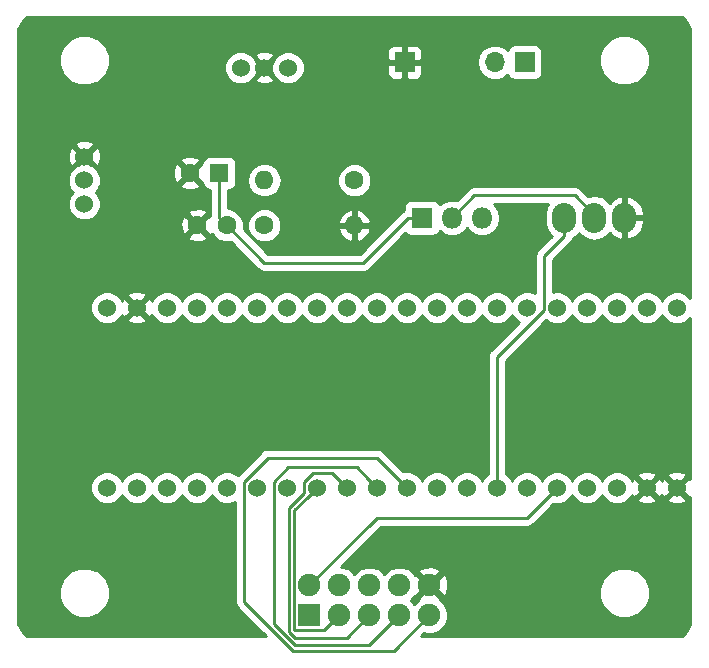
<source format=gbr>
G04 #@! TF.GenerationSoftware,KiCad,Pcbnew,(5.0.1-3-g963ef8bb5)*
G04 #@! TF.CreationDate,2019-04-02T14:03:18+07:00*
G04 #@! TF.ProjectId,STMaytal32v04,53544D617974616C33327630342E6B69,rev?*
G04 #@! TF.SameCoordinates,Original*
G04 #@! TF.FileFunction,Copper,L2,Bot,Signal*
G04 #@! TF.FilePolarity,Positive*
%FSLAX46Y46*%
G04 Gerber Fmt 4.6, Leading zero omitted, Abs format (unit mm)*
G04 Created by KiCad (PCBNEW (5.0.1-3-g963ef8bb5)) date Tuesday, April 02, 2019 at 02:03:18 PM*
%MOMM*%
%LPD*%
G01*
G04 APERTURE LIST*
G04 #@! TA.AperFunction,ComponentPad*
%ADD10C,1.524000*%
G04 #@! TD*
G04 #@! TA.AperFunction,ComponentPad*
%ADD11C,1.600000*%
G04 #@! TD*
G04 #@! TA.AperFunction,ComponentPad*
%ADD12R,1.600000X1.600000*%
G04 #@! TD*
G04 #@! TA.AperFunction,ComponentPad*
%ADD13O,1.600000X1.600000*%
G04 #@! TD*
G04 #@! TA.AperFunction,ComponentPad*
%ADD14O,2.032000X2.540000*%
G04 #@! TD*
G04 #@! TA.AperFunction,ComponentPad*
%ADD15O,1.800000X1.800000*%
G04 #@! TD*
G04 #@! TA.AperFunction,ComponentPad*
%ADD16R,1.800000X1.800000*%
G04 #@! TD*
G04 #@! TA.AperFunction,ComponentPad*
%ADD17R,1.700000X1.700000*%
G04 #@! TD*
G04 #@! TA.AperFunction,ComponentPad*
%ADD18O,1.700000X1.700000*%
G04 #@! TD*
G04 #@! TA.AperFunction,ComponentPad*
%ADD19C,1.905000*%
G04 #@! TD*
G04 #@! TA.AperFunction,ComponentPad*
%ADD20R,1.905000X1.905000*%
G04 #@! TD*
G04 #@! TA.AperFunction,Conductor*
%ADD21C,0.250000*%
G04 #@! TD*
G04 #@! TA.AperFunction,Conductor*
%ADD22C,0.254000*%
G04 #@! TD*
G04 APERTURE END LIST*
D10*
G04 #@! TO.P,J1,3*
G04 #@! TO.N,Net-(J1-Pad3)*
X196310000Y-80010000D03*
G04 #@! TO.P,J1,1*
G04 #@! TO.N,Net-(J1-Pad1)*
X192310000Y-80010000D03*
G04 #@! TO.P,J1,2*
G04 #@! TO.N,GND*
X194310000Y-80010000D03*
G04 #@! TD*
D11*
G04 #@! TO.P,C1,2*
G04 #@! TO.N,GND*
X188000000Y-88900000D03*
D12*
G04 #@! TO.P,C1,1*
G04 #@! TO.N,VBAT*
X190500000Y-88900000D03*
G04 #@! TD*
D13*
G04 #@! TO.P,R2,2*
G04 #@! TO.N,GND*
X201930000Y-93345000D03*
D11*
G04 #@! TO.P,R2,1*
G04 #@! TO.N,PRESSURE*
X194310000Y-93345000D03*
G04 #@! TD*
D14*
G04 #@! TO.P,Q1,1*
G04 #@! TO.N,Q1_BASE*
X219710000Y-92710000D03*
G04 #@! TO.P,Q1,3*
G04 #@! TO.N,GND*
X224790000Y-92710000D03*
G04 #@! TO.P,Q1,2*
G04 #@! TO.N,Net-(Q1-Pad2)*
X222250000Y-92710000D03*
G04 #@! TD*
D11*
G04 #@! TO.P,R1,1*
G04 #@! TO.N,Net-(J1-Pad3)*
X201930000Y-89535000D03*
D13*
G04 #@! TO.P,R1,2*
G04 #@! TO.N,PRESSURE*
X194310000Y-89535000D03*
G04 #@! TD*
D15*
G04 #@! TO.P,U2,3*
G04 #@! TO.N,Net-(J1-Pad1)*
X212725000Y-92710000D03*
G04 #@! TO.P,U2,2*
G04 #@! TO.N,Net-(Q1-Pad2)*
X210185000Y-92710000D03*
D16*
G04 #@! TO.P,U2,1*
G04 #@! TO.N,VBAT*
X207645000Y-92710000D03*
G04 #@! TD*
D11*
G04 #@! TO.P,C2,2*
G04 #@! TO.N,GND*
X188635000Y-93345000D03*
G04 #@! TO.P,C2,1*
G04 #@! TO.N,VBAT*
X191135000Y-93345000D03*
G04 #@! TD*
D17*
G04 #@! TO.P,J3,1*
G04 #@! TO.N,GND*
X206197903Y-79529485D03*
G04 #@! TD*
G04 #@! TO.P,J4,1*
G04 #@! TO.N,SERIAL1.TX*
X216357903Y-79529485D03*
D18*
G04 #@! TO.P,J4,2*
G04 #@! TO.N,SERIAL1.RX*
X213817903Y-79529485D03*
G04 #@! TD*
D19*
G04 #@! TO.P,J2,5*
G04 #@! TO.N,CS-RI*
X203200000Y-126365000D03*
G04 #@! TO.P,J2,7*
G04 #@! TO.N,SCK-RX*
X205740000Y-126365000D03*
G04 #@! TO.P,J2,3*
G04 #@! TO.N,G0*
X200660000Y-126365000D03*
G04 #@! TO.P,J2,9*
G04 #@! TO.N,MISO-TX*
X208280000Y-126365000D03*
D20*
G04 #@! TO.P,J2,1*
G04 #@! TO.N,VCC*
X198120000Y-126365000D03*
D19*
G04 #@! TO.P,J2,10*
G04 #@! TO.N,GND*
X208280000Y-123825000D03*
G04 #@! TO.P,J2,8*
G04 #@! TO.N,MOSI-KEY*
X205740000Y-123825000D03*
G04 #@! TO.P,J2,6*
G04 #@! TO.N,RST*
X203200000Y-123825000D03*
G04 #@! TO.P,J2,4*
G04 #@! TO.N,G1-PSTAT*
X200660000Y-123825000D03*
G04 #@! TO.P,J2,2*
G04 #@! TO.N,EN*
X198120000Y-123825000D03*
G04 #@! TD*
D10*
G04 #@! TO.P,U1,1*
G04 #@! TO.N,Net-(U1-Pad1)*
X180975000Y-115570000D03*
G04 #@! TO.P,U1,2*
G04 #@! TO.N,Net-(U1-Pad2)*
X183515000Y-115570000D03*
G04 #@! TO.P,U1,3*
G04 #@! TO.N,Net-(U1-Pad3)*
X186055000Y-115570000D03*
G04 #@! TO.P,U1,4*
G04 #@! TO.N,Net-(U1-Pad4)*
X188595000Y-115570000D03*
G04 #@! TO.P,U1,10*
G04 #@! TO.N,PRESSURE*
X191135000Y-115570000D03*
G04 #@! TO.P,U1,11*
G04 #@! TO.N,Net-(U1-Pad11)*
X193675000Y-115570000D03*
G04 #@! TO.P,U1,12*
G04 #@! TO.N,Net-(U1-Pad12)*
X196215000Y-115570000D03*
G04 #@! TO.P,U1,13*
G04 #@! TO.N,G0*
X198755000Y-115570000D03*
G04 #@! TO.P,U1,14*
G04 #@! TO.N,CS-RI*
X201295000Y-115570000D03*
G04 #@! TO.P,U1,15*
G04 #@! TO.N,SCK-RX*
X203835000Y-115570000D03*
G04 #@! TO.P,U1,16*
G04 #@! TO.N,MISO-TX*
X206375000Y-115570000D03*
G04 #@! TO.P,U1,17*
G04 #@! TO.N,MOSI-KEY*
X208915000Y-115570000D03*
G04 #@! TO.P,U1,18*
G04 #@! TO.N,RST*
X211455000Y-115570000D03*
G04 #@! TO.P,U1,19*
G04 #@! TO.N,Q1_BASE*
X213995000Y-115570000D03*
G04 #@! TO.P,U1,21*
G04 #@! TO.N,G1-PSTAT*
X216535000Y-115570000D03*
G04 #@! TO.P,U1,22*
G04 #@! TO.N,EN*
X219075000Y-115570000D03*
G04 #@! TO.P,U1,7*
G04 #@! TO.N,Net-(U1-Pad7)*
X221615000Y-115570000D03*
G04 #@! TO.P,U1,3V3*
G04 #@! TO.N,VCC*
X224155000Y-115570000D03*
G04 #@! TO.P,U1,GND*
G04 #@! TO.N,GND*
X226695000Y-115570000D03*
X229235000Y-115570000D03*
G04 #@! TO.P,U1,3V3*
G04 #@! TO.N,VCC*
X180975000Y-100330000D03*
G04 #@! TO.P,U1,42*
G04 #@! TO.N,Net-(U1-Pad42)*
X196215000Y-100330000D03*
G04 #@! TO.P,U1,27*
G04 #@! TO.N,Net-(U1-Pad27)*
X224155000Y-100330000D03*
G04 #@! TO.P,U1,32*
G04 #@! TO.N,Net-(U1-Pad32)*
X211455000Y-100330000D03*
G04 #@! TO.P,U1,31*
G04 #@! TO.N,SERIAL1.RX*
X213995000Y-100330000D03*
G04 #@! TO.P,U1,33*
G04 #@! TO.N,Net-(U1-Pad33)*
X208915000Y-100330000D03*
G04 #@! TO.P,U1,38*
G04 #@! TO.N,N/C*
X206375000Y-100330000D03*
G04 #@! TO.P,U1,30*
G04 #@! TO.N,SERIAL1.TX*
X216535000Y-100330000D03*
G04 #@! TO.P,U1,28*
G04 #@! TO.N,Net-(U1-Pad28)*
X221615000Y-100330000D03*
G04 #@! TO.P,U1,26*
G04 #@! TO.N,Net-(U1-Pad26)*
X226695000Y-100330000D03*
G04 #@! TO.P,U1,41*
G04 #@! TO.N,Net-(U1-Pad41)*
X198755000Y-100330000D03*
G04 #@! TO.P,U1,40*
G04 #@! TO.N,Net-(U1-Pad40)*
X201295000Y-100330000D03*
G04 #@! TO.P,U1,29*
G04 #@! TO.N,Net-(U1-Pad29)*
X219075000Y-100330000D03*
G04 #@! TO.P,U1,46*
G04 #@! TO.N,Net-(U1-Pad46)*
X188595000Y-100330000D03*
G04 #@! TO.P,U1,45*
G04 #@! TO.N,Net-(U1-Pad45)*
X191135000Y-100330000D03*
G04 #@! TO.P,U1,5V*
G04 #@! TO.N,VBAT*
X186055000Y-100330000D03*
G04 #@! TO.P,U1,25*
G04 #@! TO.N,Net-(U1-Pad25)*
X229235000Y-100330000D03*
G04 #@! TO.P,U1,GND*
G04 #@! TO.N,GND*
X183515000Y-100330000D03*
G04 #@! TO.P,U1,43*
G04 #@! TO.N,Net-(U1-Pad43)*
X193675000Y-100330000D03*
G04 #@! TO.P,U1,39*
G04 #@! TO.N,Net-(U1-Pad39)*
X203835000Y-100330000D03*
G04 #@! TD*
G04 #@! TO.P,BT1,2*
G04 #@! TO.N,N/C*
X179070000Y-89535000D03*
G04 #@! TO.P,BT1,1*
G04 #@! TO.N,GND*
X179070000Y-87535000D03*
G04 #@! TO.P,BT1,3*
G04 #@! TO.N,VBAT*
X179070000Y-91535000D03*
G04 #@! TD*
D21*
G04 #@! TO.N,VBAT*
X206495000Y-92710000D02*
X207645000Y-92710000D01*
X202685000Y-96520000D02*
X206495000Y-92710000D01*
X194310000Y-96520000D02*
X202685000Y-96520000D01*
X191135000Y-93345000D02*
X194310000Y-96520000D01*
X190500000Y-92710000D02*
X191135000Y-93345000D01*
X190500000Y-88900000D02*
X190500000Y-92710000D01*
G04 #@! TO.N,G0*
X197993001Y-116331999D02*
X198755000Y-115570000D01*
X196907499Y-127642501D02*
X196842499Y-127577501D01*
X199382499Y-127642501D02*
X196907499Y-127642501D01*
X196842499Y-117482501D02*
X197993001Y-116331999D01*
X196842499Y-127577501D02*
X196842499Y-117482501D01*
X200660000Y-126365000D02*
X199382499Y-127642501D01*
G04 #@! TO.N,Q1_BASE*
X217987999Y-95952001D02*
X219710000Y-94230000D01*
X219710000Y-94230000D02*
X219710000Y-92710000D01*
X217987999Y-100485763D02*
X217987999Y-95952001D01*
X213995000Y-104478762D02*
X217987999Y-100485763D01*
X213995000Y-115570000D02*
X213995000Y-104478762D01*
G04 #@! TO.N,Net-(Q1-Pad2)*
X210185000Y-92710000D02*
X212090000Y-90805000D01*
X222250000Y-92456000D02*
X222250000Y-92710000D01*
X220599000Y-90805000D02*
X222250000Y-92456000D01*
X212090000Y-90805000D02*
X220599000Y-90805000D01*
G04 #@! TO.N,SCK-RX*
X203073001Y-114808001D02*
X203835000Y-115570000D01*
X202114991Y-113849991D02*
X203073001Y-114808001D01*
X196326247Y-113849991D02*
X202114991Y-113849991D01*
X195127999Y-127135821D02*
X195127999Y-115048239D01*
X196897178Y-128905000D02*
X195127999Y-127135821D01*
X203200000Y-128905000D02*
X196897178Y-128905000D01*
X195127999Y-115048239D02*
X196326247Y-113849991D01*
X205740000Y-126365000D02*
X203200000Y-128905000D01*
G04 #@! TO.N,MISO-TX*
X192587999Y-115048239D02*
X194606238Y-113030000D01*
X192587999Y-125232231D02*
X192587999Y-115048239D01*
X205289991Y-129355009D02*
X196710777Y-129355009D01*
X196710777Y-129355009D02*
X192587999Y-125232231D01*
X208280000Y-126365000D02*
X205289991Y-129355009D01*
X203835000Y-113030000D02*
X206375000Y-115570000D01*
X194606238Y-113030000D02*
X203835000Y-113030000D01*
G04 #@! TO.N,CS-RI*
X197667999Y-115048239D02*
X198416238Y-114300000D01*
X197667999Y-116020591D02*
X197667999Y-115048239D01*
X196898588Y-128270000D02*
X196392490Y-127763902D01*
X196392490Y-117296100D02*
X197667999Y-116020591D01*
X196392490Y-127763902D02*
X196392490Y-117296100D01*
X201295000Y-128270000D02*
X196898588Y-128270000D01*
X203200000Y-126365000D02*
X201295000Y-128270000D01*
X200025000Y-114300000D02*
X201295000Y-115570000D01*
X198416238Y-114300000D02*
X200025000Y-114300000D01*
G04 #@! TO.N,EN*
X198120000Y-123825000D02*
X203835000Y-118110000D01*
X216535000Y-118110000D02*
X219075000Y-115570000D01*
X203835000Y-118110000D02*
X216535000Y-118110000D01*
G04 #@! TD*
D22*
G04 #@! TO.N,GND*
G36*
X229965789Y-76075919D02*
X230378000Y-76748585D01*
X230378000Y-99497343D01*
X230026337Y-99145680D01*
X229512881Y-98933000D01*
X228957119Y-98933000D01*
X228443663Y-99145680D01*
X228050680Y-99538663D01*
X227965000Y-99745513D01*
X227879320Y-99538663D01*
X227486337Y-99145680D01*
X226972881Y-98933000D01*
X226417119Y-98933000D01*
X225903663Y-99145680D01*
X225510680Y-99538663D01*
X225425000Y-99745513D01*
X225339320Y-99538663D01*
X224946337Y-99145680D01*
X224432881Y-98933000D01*
X223877119Y-98933000D01*
X223363663Y-99145680D01*
X222970680Y-99538663D01*
X222885000Y-99745513D01*
X222799320Y-99538663D01*
X222406337Y-99145680D01*
X221892881Y-98933000D01*
X221337119Y-98933000D01*
X220823663Y-99145680D01*
X220430680Y-99538663D01*
X220345000Y-99745513D01*
X220259320Y-99538663D01*
X219866337Y-99145680D01*
X219352881Y-98933000D01*
X218797119Y-98933000D01*
X218747999Y-98953346D01*
X218747999Y-96266802D01*
X220194473Y-94820329D01*
X220257929Y-94777929D01*
X220425904Y-94526537D01*
X220438578Y-94462820D01*
X220900305Y-94154305D01*
X220980000Y-94035033D01*
X221059695Y-94154305D01*
X221605813Y-94519208D01*
X222250000Y-94647345D01*
X222894188Y-94519208D01*
X223440305Y-94154305D01*
X223541196Y-94003311D01*
X223712370Y-94221236D01*
X224275523Y-94537926D01*
X224407056Y-94569975D01*
X224663000Y-94450836D01*
X224663000Y-92837000D01*
X224917000Y-92837000D01*
X224917000Y-94450836D01*
X225172944Y-94569975D01*
X225304477Y-94537926D01*
X225867630Y-94221236D01*
X226266724Y-93713143D01*
X226441000Y-93091000D01*
X226441000Y-92837000D01*
X224917000Y-92837000D01*
X224663000Y-92837000D01*
X224643000Y-92837000D01*
X224643000Y-92583000D01*
X224663000Y-92583000D01*
X224663000Y-90969164D01*
X224917000Y-90969164D01*
X224917000Y-92583000D01*
X226441000Y-92583000D01*
X226441000Y-92329000D01*
X226266724Y-91706857D01*
X225867630Y-91198764D01*
X225304477Y-90882074D01*
X225172944Y-90850025D01*
X224917000Y-90969164D01*
X224663000Y-90969164D01*
X224407056Y-90850025D01*
X224275523Y-90882074D01*
X223712370Y-91198764D01*
X223541196Y-91416689D01*
X223440305Y-91265695D01*
X222894187Y-90900792D01*
X222250000Y-90772655D01*
X221742420Y-90873619D01*
X221189331Y-90320530D01*
X221146929Y-90257071D01*
X220895537Y-90089096D01*
X220673852Y-90045000D01*
X220673847Y-90045000D01*
X220599000Y-90030112D01*
X220524153Y-90045000D01*
X212164848Y-90045000D01*
X212090000Y-90030112D01*
X212015152Y-90045000D01*
X212015148Y-90045000D01*
X211841605Y-90079520D01*
X211793462Y-90089096D01*
X211606418Y-90214076D01*
X211542071Y-90257071D01*
X211499671Y-90320527D01*
X210593929Y-91226269D01*
X210336182Y-91175000D01*
X210033818Y-91175000D01*
X209586073Y-91264062D01*
X209142129Y-91560696D01*
X209002809Y-91352191D01*
X208792765Y-91211843D01*
X208545000Y-91162560D01*
X206745000Y-91162560D01*
X206497235Y-91211843D01*
X206287191Y-91352191D01*
X206146843Y-91562235D01*
X206097560Y-91810000D01*
X206097560Y-92061517D01*
X206023395Y-92111073D01*
X205947071Y-92162071D01*
X205904671Y-92225527D01*
X202370199Y-95760000D01*
X194624802Y-95760000D01*
X192548103Y-93683302D01*
X192570000Y-93630439D01*
X192570000Y-93059561D01*
X192875000Y-93059561D01*
X192875000Y-93630439D01*
X193093466Y-94157862D01*
X193497138Y-94561534D01*
X194024561Y-94780000D01*
X194595439Y-94780000D01*
X195122862Y-94561534D01*
X195526534Y-94157862D01*
X195718655Y-93694039D01*
X200538096Y-93694039D01*
X200698959Y-94082423D01*
X201074866Y-94497389D01*
X201580959Y-94736914D01*
X201803000Y-94615629D01*
X201803000Y-93472000D01*
X202057000Y-93472000D01*
X202057000Y-94615629D01*
X202279041Y-94736914D01*
X202785134Y-94497389D01*
X203161041Y-94082423D01*
X203321904Y-93694039D01*
X203199915Y-93472000D01*
X202057000Y-93472000D01*
X201803000Y-93472000D01*
X200660085Y-93472000D01*
X200538096Y-93694039D01*
X195718655Y-93694039D01*
X195745000Y-93630439D01*
X195745000Y-93059561D01*
X195718656Y-92995961D01*
X200538096Y-92995961D01*
X200660085Y-93218000D01*
X201803000Y-93218000D01*
X201803000Y-92074371D01*
X202057000Y-92074371D01*
X202057000Y-93218000D01*
X203199915Y-93218000D01*
X203321904Y-92995961D01*
X203161041Y-92607577D01*
X202785134Y-92192611D01*
X202279041Y-91953086D01*
X202057000Y-92074371D01*
X201803000Y-92074371D01*
X201580959Y-91953086D01*
X201074866Y-92192611D01*
X200698959Y-92607577D01*
X200538096Y-92995961D01*
X195718656Y-92995961D01*
X195526534Y-92532138D01*
X195122862Y-92128466D01*
X194595439Y-91910000D01*
X194024561Y-91910000D01*
X193497138Y-92128466D01*
X193093466Y-92532138D01*
X192875000Y-93059561D01*
X192570000Y-93059561D01*
X192351534Y-92532138D01*
X191947862Y-92128466D01*
X191420439Y-91910000D01*
X191260000Y-91910000D01*
X191260000Y-90347440D01*
X191300000Y-90347440D01*
X191547765Y-90298157D01*
X191757809Y-90157809D01*
X191898157Y-89947765D01*
X191947440Y-89700000D01*
X191947440Y-89535000D01*
X192846887Y-89535000D01*
X192958260Y-90094909D01*
X193275423Y-90569577D01*
X193750091Y-90886740D01*
X194168667Y-90970000D01*
X194451333Y-90970000D01*
X194869909Y-90886740D01*
X195344577Y-90569577D01*
X195661740Y-90094909D01*
X195773113Y-89535000D01*
X195716336Y-89249561D01*
X200495000Y-89249561D01*
X200495000Y-89820439D01*
X200713466Y-90347862D01*
X201117138Y-90751534D01*
X201644561Y-90970000D01*
X202215439Y-90970000D01*
X202742862Y-90751534D01*
X203146534Y-90347862D01*
X203365000Y-89820439D01*
X203365000Y-89249561D01*
X203146534Y-88722138D01*
X202742862Y-88318466D01*
X202215439Y-88100000D01*
X201644561Y-88100000D01*
X201117138Y-88318466D01*
X200713466Y-88722138D01*
X200495000Y-89249561D01*
X195716336Y-89249561D01*
X195661740Y-88975091D01*
X195344577Y-88500423D01*
X194869909Y-88183260D01*
X194451333Y-88100000D01*
X194168667Y-88100000D01*
X193750091Y-88183260D01*
X193275423Y-88500423D01*
X192958260Y-88975091D01*
X192846887Y-89535000D01*
X191947440Y-89535000D01*
X191947440Y-88100000D01*
X191898157Y-87852235D01*
X191757809Y-87642191D01*
X191547765Y-87501843D01*
X191300000Y-87452560D01*
X189700000Y-87452560D01*
X189452235Y-87501843D01*
X189242191Y-87642191D01*
X189101843Y-87852235D01*
X189055307Y-88086187D01*
X189007745Y-88071861D01*
X188179605Y-88900000D01*
X189007745Y-89728139D01*
X189055307Y-89713813D01*
X189101843Y-89947765D01*
X189242191Y-90157809D01*
X189452235Y-90298157D01*
X189700000Y-90347440D01*
X189740000Y-90347440D01*
X189740001Y-92546156D01*
X189642745Y-92516861D01*
X188814605Y-93345000D01*
X189642745Y-94173139D01*
X189888864Y-94099005D01*
X189891290Y-94092254D01*
X189918466Y-94157862D01*
X190322138Y-94561534D01*
X190849561Y-94780000D01*
X191420439Y-94780000D01*
X191473302Y-94758103D01*
X193719671Y-97004473D01*
X193762071Y-97067929D01*
X194013463Y-97235904D01*
X194235148Y-97280000D01*
X194235152Y-97280000D01*
X194309999Y-97294888D01*
X194384846Y-97280000D01*
X202610153Y-97280000D01*
X202685000Y-97294888D01*
X202759847Y-97280000D01*
X202759852Y-97280000D01*
X202981537Y-97235904D01*
X203232929Y-97067929D01*
X203275331Y-97004470D01*
X206257071Y-94022731D01*
X206287191Y-94067809D01*
X206497235Y-94208157D01*
X206745000Y-94257440D01*
X208545000Y-94257440D01*
X208792765Y-94208157D01*
X209002809Y-94067809D01*
X209142129Y-93859304D01*
X209586073Y-94155938D01*
X210033818Y-94245000D01*
X210336182Y-94245000D01*
X210783927Y-94155938D01*
X211291673Y-93816673D01*
X211455000Y-93572237D01*
X211618327Y-93816673D01*
X212126073Y-94155938D01*
X212573818Y-94245000D01*
X212876182Y-94245000D01*
X213323927Y-94155938D01*
X213831673Y-93816673D01*
X214170938Y-93308927D01*
X214290072Y-92710000D01*
X214170938Y-92111073D01*
X213831673Y-91603327D01*
X213774313Y-91565000D01*
X218319707Y-91565000D01*
X218154792Y-91811813D01*
X218059000Y-92293392D01*
X218059000Y-93126609D01*
X218154792Y-93608188D01*
X218519695Y-94154305D01*
X218634310Y-94230888D01*
X217503527Y-95361672D01*
X217440071Y-95404072D01*
X217397671Y-95467528D01*
X217397670Y-95467529D01*
X217272096Y-95655464D01*
X217213111Y-95952001D01*
X217228000Y-96026853D01*
X217227999Y-99104947D01*
X216812881Y-98933000D01*
X216257119Y-98933000D01*
X215743663Y-99145680D01*
X215350680Y-99538663D01*
X215265000Y-99745513D01*
X215179320Y-99538663D01*
X214786337Y-99145680D01*
X214272881Y-98933000D01*
X213717119Y-98933000D01*
X213203663Y-99145680D01*
X212810680Y-99538663D01*
X212725000Y-99745513D01*
X212639320Y-99538663D01*
X212246337Y-99145680D01*
X211732881Y-98933000D01*
X211177119Y-98933000D01*
X210663663Y-99145680D01*
X210270680Y-99538663D01*
X210185000Y-99745513D01*
X210099320Y-99538663D01*
X209706337Y-99145680D01*
X209192881Y-98933000D01*
X208637119Y-98933000D01*
X208123663Y-99145680D01*
X207730680Y-99538663D01*
X207645000Y-99745513D01*
X207559320Y-99538663D01*
X207166337Y-99145680D01*
X206652881Y-98933000D01*
X206097119Y-98933000D01*
X205583663Y-99145680D01*
X205190680Y-99538663D01*
X205105000Y-99745513D01*
X205019320Y-99538663D01*
X204626337Y-99145680D01*
X204112881Y-98933000D01*
X203557119Y-98933000D01*
X203043663Y-99145680D01*
X202650680Y-99538663D01*
X202565000Y-99745513D01*
X202479320Y-99538663D01*
X202086337Y-99145680D01*
X201572881Y-98933000D01*
X201017119Y-98933000D01*
X200503663Y-99145680D01*
X200110680Y-99538663D01*
X200025000Y-99745513D01*
X199939320Y-99538663D01*
X199546337Y-99145680D01*
X199032881Y-98933000D01*
X198477119Y-98933000D01*
X197963663Y-99145680D01*
X197570680Y-99538663D01*
X197485000Y-99745513D01*
X197399320Y-99538663D01*
X197006337Y-99145680D01*
X196492881Y-98933000D01*
X195937119Y-98933000D01*
X195423663Y-99145680D01*
X195030680Y-99538663D01*
X194945000Y-99745513D01*
X194859320Y-99538663D01*
X194466337Y-99145680D01*
X193952881Y-98933000D01*
X193397119Y-98933000D01*
X192883663Y-99145680D01*
X192490680Y-99538663D01*
X192405000Y-99745513D01*
X192319320Y-99538663D01*
X191926337Y-99145680D01*
X191412881Y-98933000D01*
X190857119Y-98933000D01*
X190343663Y-99145680D01*
X189950680Y-99538663D01*
X189865000Y-99745513D01*
X189779320Y-99538663D01*
X189386337Y-99145680D01*
X188872881Y-98933000D01*
X188317119Y-98933000D01*
X187803663Y-99145680D01*
X187410680Y-99538663D01*
X187325000Y-99745513D01*
X187239320Y-99538663D01*
X186846337Y-99145680D01*
X186332881Y-98933000D01*
X185777119Y-98933000D01*
X185263663Y-99145680D01*
X184870680Y-99538663D01*
X184791572Y-99729647D01*
X184737397Y-99598857D01*
X184495213Y-99529392D01*
X183694605Y-100330000D01*
X184495213Y-101130608D01*
X184737397Y-101061143D01*
X184787535Y-100920607D01*
X184870680Y-101121337D01*
X185263663Y-101514320D01*
X185777119Y-101727000D01*
X186332881Y-101727000D01*
X186846337Y-101514320D01*
X187239320Y-101121337D01*
X187325000Y-100914487D01*
X187410680Y-101121337D01*
X187803663Y-101514320D01*
X188317119Y-101727000D01*
X188872881Y-101727000D01*
X189386337Y-101514320D01*
X189779320Y-101121337D01*
X189865000Y-100914487D01*
X189950680Y-101121337D01*
X190343663Y-101514320D01*
X190857119Y-101727000D01*
X191412881Y-101727000D01*
X191926337Y-101514320D01*
X192319320Y-101121337D01*
X192405000Y-100914487D01*
X192490680Y-101121337D01*
X192883663Y-101514320D01*
X193397119Y-101727000D01*
X193952881Y-101727000D01*
X194466337Y-101514320D01*
X194859320Y-101121337D01*
X194945000Y-100914487D01*
X195030680Y-101121337D01*
X195423663Y-101514320D01*
X195937119Y-101727000D01*
X196492881Y-101727000D01*
X197006337Y-101514320D01*
X197399320Y-101121337D01*
X197485000Y-100914487D01*
X197570680Y-101121337D01*
X197963663Y-101514320D01*
X198477119Y-101727000D01*
X199032881Y-101727000D01*
X199546337Y-101514320D01*
X199939320Y-101121337D01*
X200025000Y-100914487D01*
X200110680Y-101121337D01*
X200503663Y-101514320D01*
X201017119Y-101727000D01*
X201572881Y-101727000D01*
X202086337Y-101514320D01*
X202479320Y-101121337D01*
X202565000Y-100914487D01*
X202650680Y-101121337D01*
X203043663Y-101514320D01*
X203557119Y-101727000D01*
X204112881Y-101727000D01*
X204626337Y-101514320D01*
X205019320Y-101121337D01*
X205105000Y-100914487D01*
X205190680Y-101121337D01*
X205583663Y-101514320D01*
X206097119Y-101727000D01*
X206652881Y-101727000D01*
X207166337Y-101514320D01*
X207559320Y-101121337D01*
X207645000Y-100914487D01*
X207730680Y-101121337D01*
X208123663Y-101514320D01*
X208637119Y-101727000D01*
X209192881Y-101727000D01*
X209706337Y-101514320D01*
X210099320Y-101121337D01*
X210185000Y-100914487D01*
X210270680Y-101121337D01*
X210663663Y-101514320D01*
X211177119Y-101727000D01*
X211732881Y-101727000D01*
X212246337Y-101514320D01*
X212639320Y-101121337D01*
X212725000Y-100914487D01*
X212810680Y-101121337D01*
X213203663Y-101514320D01*
X213717119Y-101727000D01*
X214272881Y-101727000D01*
X214786337Y-101514320D01*
X215179320Y-101121337D01*
X215265000Y-100914487D01*
X215350680Y-101121337D01*
X215743663Y-101514320D01*
X215843349Y-101555611D01*
X213510528Y-103888433D01*
X213447072Y-103930833D01*
X213404672Y-103994289D01*
X213404671Y-103994290D01*
X213279097Y-104182225D01*
X213220112Y-104478762D01*
X213235001Y-104553614D01*
X213235000Y-114372700D01*
X213203663Y-114385680D01*
X212810680Y-114778663D01*
X212725000Y-114985513D01*
X212639320Y-114778663D01*
X212246337Y-114385680D01*
X211732881Y-114173000D01*
X211177119Y-114173000D01*
X210663663Y-114385680D01*
X210270680Y-114778663D01*
X210185000Y-114985513D01*
X210099320Y-114778663D01*
X209706337Y-114385680D01*
X209192881Y-114173000D01*
X208637119Y-114173000D01*
X208123663Y-114385680D01*
X207730680Y-114778663D01*
X207645000Y-114985513D01*
X207559320Y-114778663D01*
X207166337Y-114385680D01*
X206652881Y-114173000D01*
X206097119Y-114173000D01*
X206065782Y-114185980D01*
X204425331Y-112545530D01*
X204382929Y-112482071D01*
X204131537Y-112314096D01*
X203909852Y-112270000D01*
X203909847Y-112270000D01*
X203835000Y-112255112D01*
X203760153Y-112270000D01*
X194681085Y-112270000D01*
X194606238Y-112255112D01*
X194531391Y-112270000D01*
X194531386Y-112270000D01*
X194309701Y-112314096D01*
X194058309Y-112482071D01*
X194015909Y-112545527D01*
X192103527Y-114457910D01*
X192040608Y-114499951D01*
X191926337Y-114385680D01*
X191412881Y-114173000D01*
X190857119Y-114173000D01*
X190343663Y-114385680D01*
X189950680Y-114778663D01*
X189865000Y-114985513D01*
X189779320Y-114778663D01*
X189386337Y-114385680D01*
X188872881Y-114173000D01*
X188317119Y-114173000D01*
X187803663Y-114385680D01*
X187410680Y-114778663D01*
X187325000Y-114985513D01*
X187239320Y-114778663D01*
X186846337Y-114385680D01*
X186332881Y-114173000D01*
X185777119Y-114173000D01*
X185263663Y-114385680D01*
X184870680Y-114778663D01*
X184785000Y-114985513D01*
X184699320Y-114778663D01*
X184306337Y-114385680D01*
X183792881Y-114173000D01*
X183237119Y-114173000D01*
X182723663Y-114385680D01*
X182330680Y-114778663D01*
X182245000Y-114985513D01*
X182159320Y-114778663D01*
X181766337Y-114385680D01*
X181252881Y-114173000D01*
X180697119Y-114173000D01*
X180183663Y-114385680D01*
X179790680Y-114778663D01*
X179578000Y-115292119D01*
X179578000Y-115847881D01*
X179790680Y-116361337D01*
X180183663Y-116754320D01*
X180697119Y-116967000D01*
X181252881Y-116967000D01*
X181766337Y-116754320D01*
X182159320Y-116361337D01*
X182245000Y-116154487D01*
X182330680Y-116361337D01*
X182723663Y-116754320D01*
X183237119Y-116967000D01*
X183792881Y-116967000D01*
X184306337Y-116754320D01*
X184699320Y-116361337D01*
X184785000Y-116154487D01*
X184870680Y-116361337D01*
X185263663Y-116754320D01*
X185777119Y-116967000D01*
X186332881Y-116967000D01*
X186846337Y-116754320D01*
X187239320Y-116361337D01*
X187325000Y-116154487D01*
X187410680Y-116361337D01*
X187803663Y-116754320D01*
X188317119Y-116967000D01*
X188872881Y-116967000D01*
X189386337Y-116754320D01*
X189779320Y-116361337D01*
X189865000Y-116154487D01*
X189950680Y-116361337D01*
X190343663Y-116754320D01*
X190857119Y-116967000D01*
X191412881Y-116967000D01*
X191828000Y-116795053D01*
X191827999Y-125157384D01*
X191813111Y-125232231D01*
X191827999Y-125307078D01*
X191827999Y-125307082D01*
X191872095Y-125528767D01*
X192040070Y-125780160D01*
X192103529Y-125822562D01*
X194423966Y-128143000D01*
X174222108Y-128143000D01*
X173894210Y-127759081D01*
X173482000Y-127086414D01*
X173482000Y-124035322D01*
X176935000Y-124035322D01*
X176935000Y-124884678D01*
X177260034Y-125669380D01*
X177860620Y-126269966D01*
X178645322Y-126595000D01*
X179494678Y-126595000D01*
X180279380Y-126269966D01*
X180879966Y-125669380D01*
X181205000Y-124884678D01*
X181205000Y-124035322D01*
X180879966Y-123250620D01*
X180279380Y-122650034D01*
X179494678Y-122325000D01*
X178645322Y-122325000D01*
X177860620Y-122650034D01*
X177260034Y-123250620D01*
X176935000Y-124035322D01*
X173482000Y-124035322D01*
X173482000Y-100052119D01*
X179578000Y-100052119D01*
X179578000Y-100607881D01*
X179790680Y-101121337D01*
X180183663Y-101514320D01*
X180697119Y-101727000D01*
X181252881Y-101727000D01*
X181766337Y-101514320D01*
X181970444Y-101310213D01*
X182714392Y-101310213D01*
X182783857Y-101552397D01*
X183307302Y-101739144D01*
X183862368Y-101711362D01*
X184246143Y-101552397D01*
X184315608Y-101310213D01*
X183515000Y-100509605D01*
X182714392Y-101310213D01*
X181970444Y-101310213D01*
X182159320Y-101121337D01*
X182238428Y-100930353D01*
X182292603Y-101061143D01*
X182534787Y-101130608D01*
X183335395Y-100330000D01*
X182534787Y-99529392D01*
X182292603Y-99598857D01*
X182242465Y-99739393D01*
X182159320Y-99538663D01*
X181970444Y-99349787D01*
X182714392Y-99349787D01*
X183515000Y-100150395D01*
X184315608Y-99349787D01*
X184246143Y-99107603D01*
X183722698Y-98920856D01*
X183167632Y-98948638D01*
X182783857Y-99107603D01*
X182714392Y-99349787D01*
X181970444Y-99349787D01*
X181766337Y-99145680D01*
X181252881Y-98933000D01*
X180697119Y-98933000D01*
X180183663Y-99145680D01*
X179790680Y-99538663D01*
X179578000Y-100052119D01*
X173482000Y-100052119D01*
X173482000Y-94352745D01*
X187806861Y-94352745D01*
X187880995Y-94598864D01*
X188418223Y-94791965D01*
X188988454Y-94764778D01*
X189389005Y-94598864D01*
X189463139Y-94352745D01*
X188635000Y-93524605D01*
X187806861Y-94352745D01*
X173482000Y-94352745D01*
X173482000Y-93128223D01*
X187188035Y-93128223D01*
X187215222Y-93698454D01*
X187381136Y-94099005D01*
X187627255Y-94173139D01*
X188455395Y-93345000D01*
X187627255Y-92516861D01*
X187381136Y-92590995D01*
X187188035Y-93128223D01*
X173482000Y-93128223D01*
X173482000Y-89257119D01*
X177673000Y-89257119D01*
X177673000Y-89812881D01*
X177885680Y-90326337D01*
X178094343Y-90535000D01*
X177885680Y-90743663D01*
X177673000Y-91257119D01*
X177673000Y-91812881D01*
X177885680Y-92326337D01*
X178278663Y-92719320D01*
X178792119Y-92932000D01*
X179347881Y-92932000D01*
X179861337Y-92719320D01*
X180243402Y-92337255D01*
X187806861Y-92337255D01*
X188635000Y-93165395D01*
X189463139Y-92337255D01*
X189389005Y-92091136D01*
X188851777Y-91898035D01*
X188281546Y-91925222D01*
X187880995Y-92091136D01*
X187806861Y-92337255D01*
X180243402Y-92337255D01*
X180254320Y-92326337D01*
X180467000Y-91812881D01*
X180467000Y-91257119D01*
X180254320Y-90743663D01*
X180045657Y-90535000D01*
X180254320Y-90326337D01*
X180427706Y-89907745D01*
X187171861Y-89907745D01*
X187245995Y-90153864D01*
X187783223Y-90346965D01*
X188353454Y-90319778D01*
X188754005Y-90153864D01*
X188828139Y-89907745D01*
X188000000Y-89079605D01*
X187171861Y-89907745D01*
X180427706Y-89907745D01*
X180467000Y-89812881D01*
X180467000Y-89257119D01*
X180254320Y-88743663D01*
X180193880Y-88683223D01*
X186553035Y-88683223D01*
X186580222Y-89253454D01*
X186746136Y-89654005D01*
X186992255Y-89728139D01*
X187820395Y-88900000D01*
X186992255Y-88071861D01*
X186746136Y-88145995D01*
X186553035Y-88683223D01*
X180193880Y-88683223D01*
X179861337Y-88350680D01*
X179596289Y-88240894D01*
X179070000Y-87714605D01*
X178543711Y-88240894D01*
X178278663Y-88350680D01*
X177885680Y-88743663D01*
X177673000Y-89257119D01*
X173482000Y-89257119D01*
X173482000Y-87327302D01*
X177660856Y-87327302D01*
X177688638Y-87882368D01*
X177847603Y-88266143D01*
X178089787Y-88335608D01*
X178890395Y-87535000D01*
X179249605Y-87535000D01*
X180050213Y-88335608D01*
X180292397Y-88266143D01*
X180425787Y-87892255D01*
X187171861Y-87892255D01*
X188000000Y-88720395D01*
X188828139Y-87892255D01*
X188754005Y-87646136D01*
X188216777Y-87453035D01*
X187646546Y-87480222D01*
X187245995Y-87646136D01*
X187171861Y-87892255D01*
X180425787Y-87892255D01*
X180479144Y-87742698D01*
X180451362Y-87187632D01*
X180292397Y-86803857D01*
X180050213Y-86734392D01*
X179249605Y-87535000D01*
X178890395Y-87535000D01*
X178089787Y-86734392D01*
X177847603Y-86803857D01*
X177660856Y-87327302D01*
X173482000Y-87327302D01*
X173482000Y-86554787D01*
X178269392Y-86554787D01*
X179070000Y-87355395D01*
X179870608Y-86554787D01*
X179801143Y-86312603D01*
X179277698Y-86125856D01*
X178722632Y-86153638D01*
X178338857Y-86312603D01*
X178269392Y-86554787D01*
X173482000Y-86554787D01*
X173482000Y-78950322D01*
X176935000Y-78950322D01*
X176935000Y-79799678D01*
X177260034Y-80584380D01*
X177860620Y-81184966D01*
X178645322Y-81510000D01*
X179494678Y-81510000D01*
X180279380Y-81184966D01*
X180879966Y-80584380D01*
X181205000Y-79799678D01*
X181205000Y-79732119D01*
X190913000Y-79732119D01*
X190913000Y-80287881D01*
X191125680Y-80801337D01*
X191518663Y-81194320D01*
X192032119Y-81407000D01*
X192587881Y-81407000D01*
X193101337Y-81194320D01*
X193305444Y-80990213D01*
X193509392Y-80990213D01*
X193578857Y-81232397D01*
X194102302Y-81419144D01*
X194657368Y-81391362D01*
X195041143Y-81232397D01*
X195110608Y-80990213D01*
X194310000Y-80189605D01*
X193509392Y-80990213D01*
X193305444Y-80990213D01*
X193494320Y-80801337D01*
X193604106Y-80536289D01*
X194130395Y-80010000D01*
X194489605Y-80010000D01*
X195015894Y-80536289D01*
X195125680Y-80801337D01*
X195518663Y-81194320D01*
X196032119Y-81407000D01*
X196587881Y-81407000D01*
X197101337Y-81194320D01*
X197494320Y-80801337D01*
X197707000Y-80287881D01*
X197707000Y-79815235D01*
X204712903Y-79815235D01*
X204712903Y-80505794D01*
X204809576Y-80739183D01*
X204988204Y-80917812D01*
X205221593Y-81014485D01*
X205912153Y-81014485D01*
X206070903Y-80855735D01*
X206070903Y-79656485D01*
X206324903Y-79656485D01*
X206324903Y-80855735D01*
X206483653Y-81014485D01*
X207174213Y-81014485D01*
X207407602Y-80917812D01*
X207586230Y-80739183D01*
X207682903Y-80505794D01*
X207682903Y-79815235D01*
X207524153Y-79656485D01*
X206324903Y-79656485D01*
X206070903Y-79656485D01*
X204871653Y-79656485D01*
X204712903Y-79815235D01*
X197707000Y-79815235D01*
X197707000Y-79732119D01*
X197623067Y-79529485D01*
X212303811Y-79529485D01*
X212419064Y-80108903D01*
X212747278Y-80600110D01*
X213238485Y-80928324D01*
X213671647Y-81014485D01*
X213964159Y-81014485D01*
X214397321Y-80928324D01*
X214888528Y-80600110D01*
X214900719Y-80581866D01*
X214909746Y-80627250D01*
X215050094Y-80837294D01*
X215260138Y-80977642D01*
X215507903Y-81026925D01*
X217207903Y-81026925D01*
X217455668Y-80977642D01*
X217665712Y-80837294D01*
X217806060Y-80627250D01*
X217855343Y-80379485D01*
X217855343Y-78950322D01*
X222655000Y-78950322D01*
X222655000Y-79799678D01*
X222980034Y-80584380D01*
X223580620Y-81184966D01*
X224365322Y-81510000D01*
X225214678Y-81510000D01*
X225999380Y-81184966D01*
X226599966Y-80584380D01*
X226925000Y-79799678D01*
X226925000Y-78950322D01*
X226599966Y-78165620D01*
X225999380Y-77565034D01*
X225214678Y-77240000D01*
X224365322Y-77240000D01*
X223580620Y-77565034D01*
X222980034Y-78165620D01*
X222655000Y-78950322D01*
X217855343Y-78950322D01*
X217855343Y-78679485D01*
X217806060Y-78431720D01*
X217665712Y-78221676D01*
X217455668Y-78081328D01*
X217207903Y-78032045D01*
X215507903Y-78032045D01*
X215260138Y-78081328D01*
X215050094Y-78221676D01*
X214909746Y-78431720D01*
X214900719Y-78477104D01*
X214888528Y-78458860D01*
X214397321Y-78130646D01*
X213964159Y-78044485D01*
X213671647Y-78044485D01*
X213238485Y-78130646D01*
X212747278Y-78458860D01*
X212419064Y-78950067D01*
X212303811Y-79529485D01*
X197623067Y-79529485D01*
X197494320Y-79218663D01*
X197101337Y-78825680D01*
X196587881Y-78613000D01*
X196032119Y-78613000D01*
X195518663Y-78825680D01*
X195125680Y-79218663D01*
X195015894Y-79483711D01*
X194489605Y-80010000D01*
X194130395Y-80010000D01*
X193604106Y-79483711D01*
X193494320Y-79218663D01*
X193305444Y-79029787D01*
X193509392Y-79029787D01*
X194310000Y-79830395D01*
X195110608Y-79029787D01*
X195041143Y-78787603D01*
X194517698Y-78600856D01*
X193962632Y-78628638D01*
X193578857Y-78787603D01*
X193509392Y-79029787D01*
X193305444Y-79029787D01*
X193101337Y-78825680D01*
X192587881Y-78613000D01*
X192032119Y-78613000D01*
X191518663Y-78825680D01*
X191125680Y-79218663D01*
X190913000Y-79732119D01*
X181205000Y-79732119D01*
X181205000Y-78950322D01*
X181040497Y-78553176D01*
X204712903Y-78553176D01*
X204712903Y-79243735D01*
X204871653Y-79402485D01*
X206070903Y-79402485D01*
X206070903Y-78203235D01*
X206324903Y-78203235D01*
X206324903Y-79402485D01*
X207524153Y-79402485D01*
X207682903Y-79243735D01*
X207682903Y-78553176D01*
X207586230Y-78319787D01*
X207407602Y-78141158D01*
X207174213Y-78044485D01*
X206483653Y-78044485D01*
X206324903Y-78203235D01*
X206070903Y-78203235D01*
X205912153Y-78044485D01*
X205221593Y-78044485D01*
X204988204Y-78141158D01*
X204809576Y-78319787D01*
X204712903Y-78553176D01*
X181040497Y-78553176D01*
X180879966Y-78165620D01*
X180279380Y-77565034D01*
X179494678Y-77240000D01*
X178645322Y-77240000D01*
X177860620Y-77565034D01*
X177260034Y-78165620D01*
X176935000Y-78950322D01*
X173482000Y-78950322D01*
X173482000Y-76748586D01*
X173894210Y-76075919D01*
X174222108Y-75692000D01*
X229637892Y-75692000D01*
X229965789Y-76075919D01*
X229965789Y-76075919D01*
G37*
X229965789Y-76075919D02*
X230378000Y-76748585D01*
X230378000Y-99497343D01*
X230026337Y-99145680D01*
X229512881Y-98933000D01*
X228957119Y-98933000D01*
X228443663Y-99145680D01*
X228050680Y-99538663D01*
X227965000Y-99745513D01*
X227879320Y-99538663D01*
X227486337Y-99145680D01*
X226972881Y-98933000D01*
X226417119Y-98933000D01*
X225903663Y-99145680D01*
X225510680Y-99538663D01*
X225425000Y-99745513D01*
X225339320Y-99538663D01*
X224946337Y-99145680D01*
X224432881Y-98933000D01*
X223877119Y-98933000D01*
X223363663Y-99145680D01*
X222970680Y-99538663D01*
X222885000Y-99745513D01*
X222799320Y-99538663D01*
X222406337Y-99145680D01*
X221892881Y-98933000D01*
X221337119Y-98933000D01*
X220823663Y-99145680D01*
X220430680Y-99538663D01*
X220345000Y-99745513D01*
X220259320Y-99538663D01*
X219866337Y-99145680D01*
X219352881Y-98933000D01*
X218797119Y-98933000D01*
X218747999Y-98953346D01*
X218747999Y-96266802D01*
X220194473Y-94820329D01*
X220257929Y-94777929D01*
X220425904Y-94526537D01*
X220438578Y-94462820D01*
X220900305Y-94154305D01*
X220980000Y-94035033D01*
X221059695Y-94154305D01*
X221605813Y-94519208D01*
X222250000Y-94647345D01*
X222894188Y-94519208D01*
X223440305Y-94154305D01*
X223541196Y-94003311D01*
X223712370Y-94221236D01*
X224275523Y-94537926D01*
X224407056Y-94569975D01*
X224663000Y-94450836D01*
X224663000Y-92837000D01*
X224917000Y-92837000D01*
X224917000Y-94450836D01*
X225172944Y-94569975D01*
X225304477Y-94537926D01*
X225867630Y-94221236D01*
X226266724Y-93713143D01*
X226441000Y-93091000D01*
X226441000Y-92837000D01*
X224917000Y-92837000D01*
X224663000Y-92837000D01*
X224643000Y-92837000D01*
X224643000Y-92583000D01*
X224663000Y-92583000D01*
X224663000Y-90969164D01*
X224917000Y-90969164D01*
X224917000Y-92583000D01*
X226441000Y-92583000D01*
X226441000Y-92329000D01*
X226266724Y-91706857D01*
X225867630Y-91198764D01*
X225304477Y-90882074D01*
X225172944Y-90850025D01*
X224917000Y-90969164D01*
X224663000Y-90969164D01*
X224407056Y-90850025D01*
X224275523Y-90882074D01*
X223712370Y-91198764D01*
X223541196Y-91416689D01*
X223440305Y-91265695D01*
X222894187Y-90900792D01*
X222250000Y-90772655D01*
X221742420Y-90873619D01*
X221189331Y-90320530D01*
X221146929Y-90257071D01*
X220895537Y-90089096D01*
X220673852Y-90045000D01*
X220673847Y-90045000D01*
X220599000Y-90030112D01*
X220524153Y-90045000D01*
X212164848Y-90045000D01*
X212090000Y-90030112D01*
X212015152Y-90045000D01*
X212015148Y-90045000D01*
X211841605Y-90079520D01*
X211793462Y-90089096D01*
X211606418Y-90214076D01*
X211542071Y-90257071D01*
X211499671Y-90320527D01*
X210593929Y-91226269D01*
X210336182Y-91175000D01*
X210033818Y-91175000D01*
X209586073Y-91264062D01*
X209142129Y-91560696D01*
X209002809Y-91352191D01*
X208792765Y-91211843D01*
X208545000Y-91162560D01*
X206745000Y-91162560D01*
X206497235Y-91211843D01*
X206287191Y-91352191D01*
X206146843Y-91562235D01*
X206097560Y-91810000D01*
X206097560Y-92061517D01*
X206023395Y-92111073D01*
X205947071Y-92162071D01*
X205904671Y-92225527D01*
X202370199Y-95760000D01*
X194624802Y-95760000D01*
X192548103Y-93683302D01*
X192570000Y-93630439D01*
X192570000Y-93059561D01*
X192875000Y-93059561D01*
X192875000Y-93630439D01*
X193093466Y-94157862D01*
X193497138Y-94561534D01*
X194024561Y-94780000D01*
X194595439Y-94780000D01*
X195122862Y-94561534D01*
X195526534Y-94157862D01*
X195718655Y-93694039D01*
X200538096Y-93694039D01*
X200698959Y-94082423D01*
X201074866Y-94497389D01*
X201580959Y-94736914D01*
X201803000Y-94615629D01*
X201803000Y-93472000D01*
X202057000Y-93472000D01*
X202057000Y-94615629D01*
X202279041Y-94736914D01*
X202785134Y-94497389D01*
X203161041Y-94082423D01*
X203321904Y-93694039D01*
X203199915Y-93472000D01*
X202057000Y-93472000D01*
X201803000Y-93472000D01*
X200660085Y-93472000D01*
X200538096Y-93694039D01*
X195718655Y-93694039D01*
X195745000Y-93630439D01*
X195745000Y-93059561D01*
X195718656Y-92995961D01*
X200538096Y-92995961D01*
X200660085Y-93218000D01*
X201803000Y-93218000D01*
X201803000Y-92074371D01*
X202057000Y-92074371D01*
X202057000Y-93218000D01*
X203199915Y-93218000D01*
X203321904Y-92995961D01*
X203161041Y-92607577D01*
X202785134Y-92192611D01*
X202279041Y-91953086D01*
X202057000Y-92074371D01*
X201803000Y-92074371D01*
X201580959Y-91953086D01*
X201074866Y-92192611D01*
X200698959Y-92607577D01*
X200538096Y-92995961D01*
X195718656Y-92995961D01*
X195526534Y-92532138D01*
X195122862Y-92128466D01*
X194595439Y-91910000D01*
X194024561Y-91910000D01*
X193497138Y-92128466D01*
X193093466Y-92532138D01*
X192875000Y-93059561D01*
X192570000Y-93059561D01*
X192351534Y-92532138D01*
X191947862Y-92128466D01*
X191420439Y-91910000D01*
X191260000Y-91910000D01*
X191260000Y-90347440D01*
X191300000Y-90347440D01*
X191547765Y-90298157D01*
X191757809Y-90157809D01*
X191898157Y-89947765D01*
X191947440Y-89700000D01*
X191947440Y-89535000D01*
X192846887Y-89535000D01*
X192958260Y-90094909D01*
X193275423Y-90569577D01*
X193750091Y-90886740D01*
X194168667Y-90970000D01*
X194451333Y-90970000D01*
X194869909Y-90886740D01*
X195344577Y-90569577D01*
X195661740Y-90094909D01*
X195773113Y-89535000D01*
X195716336Y-89249561D01*
X200495000Y-89249561D01*
X200495000Y-89820439D01*
X200713466Y-90347862D01*
X201117138Y-90751534D01*
X201644561Y-90970000D01*
X202215439Y-90970000D01*
X202742862Y-90751534D01*
X203146534Y-90347862D01*
X203365000Y-89820439D01*
X203365000Y-89249561D01*
X203146534Y-88722138D01*
X202742862Y-88318466D01*
X202215439Y-88100000D01*
X201644561Y-88100000D01*
X201117138Y-88318466D01*
X200713466Y-88722138D01*
X200495000Y-89249561D01*
X195716336Y-89249561D01*
X195661740Y-88975091D01*
X195344577Y-88500423D01*
X194869909Y-88183260D01*
X194451333Y-88100000D01*
X194168667Y-88100000D01*
X193750091Y-88183260D01*
X193275423Y-88500423D01*
X192958260Y-88975091D01*
X192846887Y-89535000D01*
X191947440Y-89535000D01*
X191947440Y-88100000D01*
X191898157Y-87852235D01*
X191757809Y-87642191D01*
X191547765Y-87501843D01*
X191300000Y-87452560D01*
X189700000Y-87452560D01*
X189452235Y-87501843D01*
X189242191Y-87642191D01*
X189101843Y-87852235D01*
X189055307Y-88086187D01*
X189007745Y-88071861D01*
X188179605Y-88900000D01*
X189007745Y-89728139D01*
X189055307Y-89713813D01*
X189101843Y-89947765D01*
X189242191Y-90157809D01*
X189452235Y-90298157D01*
X189700000Y-90347440D01*
X189740000Y-90347440D01*
X189740001Y-92546156D01*
X189642745Y-92516861D01*
X188814605Y-93345000D01*
X189642745Y-94173139D01*
X189888864Y-94099005D01*
X189891290Y-94092254D01*
X189918466Y-94157862D01*
X190322138Y-94561534D01*
X190849561Y-94780000D01*
X191420439Y-94780000D01*
X191473302Y-94758103D01*
X193719671Y-97004473D01*
X193762071Y-97067929D01*
X194013463Y-97235904D01*
X194235148Y-97280000D01*
X194235152Y-97280000D01*
X194309999Y-97294888D01*
X194384846Y-97280000D01*
X202610153Y-97280000D01*
X202685000Y-97294888D01*
X202759847Y-97280000D01*
X202759852Y-97280000D01*
X202981537Y-97235904D01*
X203232929Y-97067929D01*
X203275331Y-97004470D01*
X206257071Y-94022731D01*
X206287191Y-94067809D01*
X206497235Y-94208157D01*
X206745000Y-94257440D01*
X208545000Y-94257440D01*
X208792765Y-94208157D01*
X209002809Y-94067809D01*
X209142129Y-93859304D01*
X209586073Y-94155938D01*
X210033818Y-94245000D01*
X210336182Y-94245000D01*
X210783927Y-94155938D01*
X211291673Y-93816673D01*
X211455000Y-93572237D01*
X211618327Y-93816673D01*
X212126073Y-94155938D01*
X212573818Y-94245000D01*
X212876182Y-94245000D01*
X213323927Y-94155938D01*
X213831673Y-93816673D01*
X214170938Y-93308927D01*
X214290072Y-92710000D01*
X214170938Y-92111073D01*
X213831673Y-91603327D01*
X213774313Y-91565000D01*
X218319707Y-91565000D01*
X218154792Y-91811813D01*
X218059000Y-92293392D01*
X218059000Y-93126609D01*
X218154792Y-93608188D01*
X218519695Y-94154305D01*
X218634310Y-94230888D01*
X217503527Y-95361672D01*
X217440071Y-95404072D01*
X217397671Y-95467528D01*
X217397670Y-95467529D01*
X217272096Y-95655464D01*
X217213111Y-95952001D01*
X217228000Y-96026853D01*
X217227999Y-99104947D01*
X216812881Y-98933000D01*
X216257119Y-98933000D01*
X215743663Y-99145680D01*
X215350680Y-99538663D01*
X215265000Y-99745513D01*
X215179320Y-99538663D01*
X214786337Y-99145680D01*
X214272881Y-98933000D01*
X213717119Y-98933000D01*
X213203663Y-99145680D01*
X212810680Y-99538663D01*
X212725000Y-99745513D01*
X212639320Y-99538663D01*
X212246337Y-99145680D01*
X211732881Y-98933000D01*
X211177119Y-98933000D01*
X210663663Y-99145680D01*
X210270680Y-99538663D01*
X210185000Y-99745513D01*
X210099320Y-99538663D01*
X209706337Y-99145680D01*
X209192881Y-98933000D01*
X208637119Y-98933000D01*
X208123663Y-99145680D01*
X207730680Y-99538663D01*
X207645000Y-99745513D01*
X207559320Y-99538663D01*
X207166337Y-99145680D01*
X206652881Y-98933000D01*
X206097119Y-98933000D01*
X205583663Y-99145680D01*
X205190680Y-99538663D01*
X205105000Y-99745513D01*
X205019320Y-99538663D01*
X204626337Y-99145680D01*
X204112881Y-98933000D01*
X203557119Y-98933000D01*
X203043663Y-99145680D01*
X202650680Y-99538663D01*
X202565000Y-99745513D01*
X202479320Y-99538663D01*
X202086337Y-99145680D01*
X201572881Y-98933000D01*
X201017119Y-98933000D01*
X200503663Y-99145680D01*
X200110680Y-99538663D01*
X200025000Y-99745513D01*
X199939320Y-99538663D01*
X199546337Y-99145680D01*
X199032881Y-98933000D01*
X198477119Y-98933000D01*
X197963663Y-99145680D01*
X197570680Y-99538663D01*
X197485000Y-99745513D01*
X197399320Y-99538663D01*
X197006337Y-99145680D01*
X196492881Y-98933000D01*
X195937119Y-98933000D01*
X195423663Y-99145680D01*
X195030680Y-99538663D01*
X194945000Y-99745513D01*
X194859320Y-99538663D01*
X194466337Y-99145680D01*
X193952881Y-98933000D01*
X193397119Y-98933000D01*
X192883663Y-99145680D01*
X192490680Y-99538663D01*
X192405000Y-99745513D01*
X192319320Y-99538663D01*
X191926337Y-99145680D01*
X191412881Y-98933000D01*
X190857119Y-98933000D01*
X190343663Y-99145680D01*
X189950680Y-99538663D01*
X189865000Y-99745513D01*
X189779320Y-99538663D01*
X189386337Y-99145680D01*
X188872881Y-98933000D01*
X188317119Y-98933000D01*
X187803663Y-99145680D01*
X187410680Y-99538663D01*
X187325000Y-99745513D01*
X187239320Y-99538663D01*
X186846337Y-99145680D01*
X186332881Y-98933000D01*
X185777119Y-98933000D01*
X185263663Y-99145680D01*
X184870680Y-99538663D01*
X184791572Y-99729647D01*
X184737397Y-99598857D01*
X184495213Y-99529392D01*
X183694605Y-100330000D01*
X184495213Y-101130608D01*
X184737397Y-101061143D01*
X184787535Y-100920607D01*
X184870680Y-101121337D01*
X185263663Y-101514320D01*
X185777119Y-101727000D01*
X186332881Y-101727000D01*
X186846337Y-101514320D01*
X187239320Y-101121337D01*
X187325000Y-100914487D01*
X187410680Y-101121337D01*
X187803663Y-101514320D01*
X188317119Y-101727000D01*
X188872881Y-101727000D01*
X189386337Y-101514320D01*
X189779320Y-101121337D01*
X189865000Y-100914487D01*
X189950680Y-101121337D01*
X190343663Y-101514320D01*
X190857119Y-101727000D01*
X191412881Y-101727000D01*
X191926337Y-101514320D01*
X192319320Y-101121337D01*
X192405000Y-100914487D01*
X192490680Y-101121337D01*
X192883663Y-101514320D01*
X193397119Y-101727000D01*
X193952881Y-101727000D01*
X194466337Y-101514320D01*
X194859320Y-101121337D01*
X194945000Y-100914487D01*
X195030680Y-101121337D01*
X195423663Y-101514320D01*
X195937119Y-101727000D01*
X196492881Y-101727000D01*
X197006337Y-101514320D01*
X197399320Y-101121337D01*
X197485000Y-100914487D01*
X197570680Y-101121337D01*
X197963663Y-101514320D01*
X198477119Y-101727000D01*
X199032881Y-101727000D01*
X199546337Y-101514320D01*
X199939320Y-101121337D01*
X200025000Y-100914487D01*
X200110680Y-101121337D01*
X200503663Y-101514320D01*
X201017119Y-101727000D01*
X201572881Y-101727000D01*
X202086337Y-101514320D01*
X202479320Y-101121337D01*
X202565000Y-100914487D01*
X202650680Y-101121337D01*
X203043663Y-101514320D01*
X203557119Y-101727000D01*
X204112881Y-101727000D01*
X204626337Y-101514320D01*
X205019320Y-101121337D01*
X205105000Y-100914487D01*
X205190680Y-101121337D01*
X205583663Y-101514320D01*
X206097119Y-101727000D01*
X206652881Y-101727000D01*
X207166337Y-101514320D01*
X207559320Y-101121337D01*
X207645000Y-100914487D01*
X207730680Y-101121337D01*
X208123663Y-101514320D01*
X208637119Y-101727000D01*
X209192881Y-101727000D01*
X209706337Y-101514320D01*
X210099320Y-101121337D01*
X210185000Y-100914487D01*
X210270680Y-101121337D01*
X210663663Y-101514320D01*
X211177119Y-101727000D01*
X211732881Y-101727000D01*
X212246337Y-101514320D01*
X212639320Y-101121337D01*
X212725000Y-100914487D01*
X212810680Y-101121337D01*
X213203663Y-101514320D01*
X213717119Y-101727000D01*
X214272881Y-101727000D01*
X214786337Y-101514320D01*
X215179320Y-101121337D01*
X215265000Y-100914487D01*
X215350680Y-101121337D01*
X215743663Y-101514320D01*
X215843349Y-101555611D01*
X213510528Y-103888433D01*
X213447072Y-103930833D01*
X213404672Y-103994289D01*
X213404671Y-103994290D01*
X213279097Y-104182225D01*
X213220112Y-104478762D01*
X213235001Y-104553614D01*
X213235000Y-114372700D01*
X213203663Y-114385680D01*
X212810680Y-114778663D01*
X212725000Y-114985513D01*
X212639320Y-114778663D01*
X212246337Y-114385680D01*
X211732881Y-114173000D01*
X211177119Y-114173000D01*
X210663663Y-114385680D01*
X210270680Y-114778663D01*
X210185000Y-114985513D01*
X210099320Y-114778663D01*
X209706337Y-114385680D01*
X209192881Y-114173000D01*
X208637119Y-114173000D01*
X208123663Y-114385680D01*
X207730680Y-114778663D01*
X207645000Y-114985513D01*
X207559320Y-114778663D01*
X207166337Y-114385680D01*
X206652881Y-114173000D01*
X206097119Y-114173000D01*
X206065782Y-114185980D01*
X204425331Y-112545530D01*
X204382929Y-112482071D01*
X204131537Y-112314096D01*
X203909852Y-112270000D01*
X203909847Y-112270000D01*
X203835000Y-112255112D01*
X203760153Y-112270000D01*
X194681085Y-112270000D01*
X194606238Y-112255112D01*
X194531391Y-112270000D01*
X194531386Y-112270000D01*
X194309701Y-112314096D01*
X194058309Y-112482071D01*
X194015909Y-112545527D01*
X192103527Y-114457910D01*
X192040608Y-114499951D01*
X191926337Y-114385680D01*
X191412881Y-114173000D01*
X190857119Y-114173000D01*
X190343663Y-114385680D01*
X189950680Y-114778663D01*
X189865000Y-114985513D01*
X189779320Y-114778663D01*
X189386337Y-114385680D01*
X188872881Y-114173000D01*
X188317119Y-114173000D01*
X187803663Y-114385680D01*
X187410680Y-114778663D01*
X187325000Y-114985513D01*
X187239320Y-114778663D01*
X186846337Y-114385680D01*
X186332881Y-114173000D01*
X185777119Y-114173000D01*
X185263663Y-114385680D01*
X184870680Y-114778663D01*
X184785000Y-114985513D01*
X184699320Y-114778663D01*
X184306337Y-114385680D01*
X183792881Y-114173000D01*
X183237119Y-114173000D01*
X182723663Y-114385680D01*
X182330680Y-114778663D01*
X182245000Y-114985513D01*
X182159320Y-114778663D01*
X181766337Y-114385680D01*
X181252881Y-114173000D01*
X180697119Y-114173000D01*
X180183663Y-114385680D01*
X179790680Y-114778663D01*
X179578000Y-115292119D01*
X179578000Y-115847881D01*
X179790680Y-116361337D01*
X180183663Y-116754320D01*
X180697119Y-116967000D01*
X181252881Y-116967000D01*
X181766337Y-116754320D01*
X182159320Y-116361337D01*
X182245000Y-116154487D01*
X182330680Y-116361337D01*
X182723663Y-116754320D01*
X183237119Y-116967000D01*
X183792881Y-116967000D01*
X184306337Y-116754320D01*
X184699320Y-116361337D01*
X184785000Y-116154487D01*
X184870680Y-116361337D01*
X185263663Y-116754320D01*
X185777119Y-116967000D01*
X186332881Y-116967000D01*
X186846337Y-116754320D01*
X187239320Y-116361337D01*
X187325000Y-116154487D01*
X187410680Y-116361337D01*
X187803663Y-116754320D01*
X188317119Y-116967000D01*
X188872881Y-116967000D01*
X189386337Y-116754320D01*
X189779320Y-116361337D01*
X189865000Y-116154487D01*
X189950680Y-116361337D01*
X190343663Y-116754320D01*
X190857119Y-116967000D01*
X191412881Y-116967000D01*
X191828000Y-116795053D01*
X191827999Y-125157384D01*
X191813111Y-125232231D01*
X191827999Y-125307078D01*
X191827999Y-125307082D01*
X191872095Y-125528767D01*
X192040070Y-125780160D01*
X192103529Y-125822562D01*
X194423966Y-128143000D01*
X174222108Y-128143000D01*
X173894210Y-127759081D01*
X173482000Y-127086414D01*
X173482000Y-124035322D01*
X176935000Y-124035322D01*
X176935000Y-124884678D01*
X177260034Y-125669380D01*
X177860620Y-126269966D01*
X178645322Y-126595000D01*
X179494678Y-126595000D01*
X180279380Y-126269966D01*
X180879966Y-125669380D01*
X181205000Y-124884678D01*
X181205000Y-124035322D01*
X180879966Y-123250620D01*
X180279380Y-122650034D01*
X179494678Y-122325000D01*
X178645322Y-122325000D01*
X177860620Y-122650034D01*
X177260034Y-123250620D01*
X176935000Y-124035322D01*
X173482000Y-124035322D01*
X173482000Y-100052119D01*
X179578000Y-100052119D01*
X179578000Y-100607881D01*
X179790680Y-101121337D01*
X180183663Y-101514320D01*
X180697119Y-101727000D01*
X181252881Y-101727000D01*
X181766337Y-101514320D01*
X181970444Y-101310213D01*
X182714392Y-101310213D01*
X182783857Y-101552397D01*
X183307302Y-101739144D01*
X183862368Y-101711362D01*
X184246143Y-101552397D01*
X184315608Y-101310213D01*
X183515000Y-100509605D01*
X182714392Y-101310213D01*
X181970444Y-101310213D01*
X182159320Y-101121337D01*
X182238428Y-100930353D01*
X182292603Y-101061143D01*
X182534787Y-101130608D01*
X183335395Y-100330000D01*
X182534787Y-99529392D01*
X182292603Y-99598857D01*
X182242465Y-99739393D01*
X182159320Y-99538663D01*
X181970444Y-99349787D01*
X182714392Y-99349787D01*
X183515000Y-100150395D01*
X184315608Y-99349787D01*
X184246143Y-99107603D01*
X183722698Y-98920856D01*
X183167632Y-98948638D01*
X182783857Y-99107603D01*
X182714392Y-99349787D01*
X181970444Y-99349787D01*
X181766337Y-99145680D01*
X181252881Y-98933000D01*
X180697119Y-98933000D01*
X180183663Y-99145680D01*
X179790680Y-99538663D01*
X179578000Y-100052119D01*
X173482000Y-100052119D01*
X173482000Y-94352745D01*
X187806861Y-94352745D01*
X187880995Y-94598864D01*
X188418223Y-94791965D01*
X188988454Y-94764778D01*
X189389005Y-94598864D01*
X189463139Y-94352745D01*
X188635000Y-93524605D01*
X187806861Y-94352745D01*
X173482000Y-94352745D01*
X173482000Y-93128223D01*
X187188035Y-93128223D01*
X187215222Y-93698454D01*
X187381136Y-94099005D01*
X187627255Y-94173139D01*
X188455395Y-93345000D01*
X187627255Y-92516861D01*
X187381136Y-92590995D01*
X187188035Y-93128223D01*
X173482000Y-93128223D01*
X173482000Y-89257119D01*
X177673000Y-89257119D01*
X177673000Y-89812881D01*
X177885680Y-90326337D01*
X178094343Y-90535000D01*
X177885680Y-90743663D01*
X177673000Y-91257119D01*
X177673000Y-91812881D01*
X177885680Y-92326337D01*
X178278663Y-92719320D01*
X178792119Y-92932000D01*
X179347881Y-92932000D01*
X179861337Y-92719320D01*
X180243402Y-92337255D01*
X187806861Y-92337255D01*
X188635000Y-93165395D01*
X189463139Y-92337255D01*
X189389005Y-92091136D01*
X188851777Y-91898035D01*
X188281546Y-91925222D01*
X187880995Y-92091136D01*
X187806861Y-92337255D01*
X180243402Y-92337255D01*
X180254320Y-92326337D01*
X180467000Y-91812881D01*
X180467000Y-91257119D01*
X180254320Y-90743663D01*
X180045657Y-90535000D01*
X180254320Y-90326337D01*
X180427706Y-89907745D01*
X187171861Y-89907745D01*
X187245995Y-90153864D01*
X187783223Y-90346965D01*
X188353454Y-90319778D01*
X188754005Y-90153864D01*
X188828139Y-89907745D01*
X188000000Y-89079605D01*
X187171861Y-89907745D01*
X180427706Y-89907745D01*
X180467000Y-89812881D01*
X180467000Y-89257119D01*
X180254320Y-88743663D01*
X180193880Y-88683223D01*
X186553035Y-88683223D01*
X186580222Y-89253454D01*
X186746136Y-89654005D01*
X186992255Y-89728139D01*
X187820395Y-88900000D01*
X186992255Y-88071861D01*
X186746136Y-88145995D01*
X186553035Y-88683223D01*
X180193880Y-88683223D01*
X179861337Y-88350680D01*
X179596289Y-88240894D01*
X179070000Y-87714605D01*
X178543711Y-88240894D01*
X178278663Y-88350680D01*
X177885680Y-88743663D01*
X177673000Y-89257119D01*
X173482000Y-89257119D01*
X173482000Y-87327302D01*
X177660856Y-87327302D01*
X177688638Y-87882368D01*
X177847603Y-88266143D01*
X178089787Y-88335608D01*
X178890395Y-87535000D01*
X179249605Y-87535000D01*
X180050213Y-88335608D01*
X180292397Y-88266143D01*
X180425787Y-87892255D01*
X187171861Y-87892255D01*
X188000000Y-88720395D01*
X188828139Y-87892255D01*
X188754005Y-87646136D01*
X188216777Y-87453035D01*
X187646546Y-87480222D01*
X187245995Y-87646136D01*
X187171861Y-87892255D01*
X180425787Y-87892255D01*
X180479144Y-87742698D01*
X180451362Y-87187632D01*
X180292397Y-86803857D01*
X180050213Y-86734392D01*
X179249605Y-87535000D01*
X178890395Y-87535000D01*
X178089787Y-86734392D01*
X177847603Y-86803857D01*
X177660856Y-87327302D01*
X173482000Y-87327302D01*
X173482000Y-86554787D01*
X178269392Y-86554787D01*
X179070000Y-87355395D01*
X179870608Y-86554787D01*
X179801143Y-86312603D01*
X179277698Y-86125856D01*
X178722632Y-86153638D01*
X178338857Y-86312603D01*
X178269392Y-86554787D01*
X173482000Y-86554787D01*
X173482000Y-78950322D01*
X176935000Y-78950322D01*
X176935000Y-79799678D01*
X177260034Y-80584380D01*
X177860620Y-81184966D01*
X178645322Y-81510000D01*
X179494678Y-81510000D01*
X180279380Y-81184966D01*
X180879966Y-80584380D01*
X181205000Y-79799678D01*
X181205000Y-79732119D01*
X190913000Y-79732119D01*
X190913000Y-80287881D01*
X191125680Y-80801337D01*
X191518663Y-81194320D01*
X192032119Y-81407000D01*
X192587881Y-81407000D01*
X193101337Y-81194320D01*
X193305444Y-80990213D01*
X193509392Y-80990213D01*
X193578857Y-81232397D01*
X194102302Y-81419144D01*
X194657368Y-81391362D01*
X195041143Y-81232397D01*
X195110608Y-80990213D01*
X194310000Y-80189605D01*
X193509392Y-80990213D01*
X193305444Y-80990213D01*
X193494320Y-80801337D01*
X193604106Y-80536289D01*
X194130395Y-80010000D01*
X194489605Y-80010000D01*
X195015894Y-80536289D01*
X195125680Y-80801337D01*
X195518663Y-81194320D01*
X196032119Y-81407000D01*
X196587881Y-81407000D01*
X197101337Y-81194320D01*
X197494320Y-80801337D01*
X197707000Y-80287881D01*
X197707000Y-79815235D01*
X204712903Y-79815235D01*
X204712903Y-80505794D01*
X204809576Y-80739183D01*
X204988204Y-80917812D01*
X205221593Y-81014485D01*
X205912153Y-81014485D01*
X206070903Y-80855735D01*
X206070903Y-79656485D01*
X206324903Y-79656485D01*
X206324903Y-80855735D01*
X206483653Y-81014485D01*
X207174213Y-81014485D01*
X207407602Y-80917812D01*
X207586230Y-80739183D01*
X207682903Y-80505794D01*
X207682903Y-79815235D01*
X207524153Y-79656485D01*
X206324903Y-79656485D01*
X206070903Y-79656485D01*
X204871653Y-79656485D01*
X204712903Y-79815235D01*
X197707000Y-79815235D01*
X197707000Y-79732119D01*
X197623067Y-79529485D01*
X212303811Y-79529485D01*
X212419064Y-80108903D01*
X212747278Y-80600110D01*
X213238485Y-80928324D01*
X213671647Y-81014485D01*
X213964159Y-81014485D01*
X214397321Y-80928324D01*
X214888528Y-80600110D01*
X214900719Y-80581866D01*
X214909746Y-80627250D01*
X215050094Y-80837294D01*
X215260138Y-80977642D01*
X215507903Y-81026925D01*
X217207903Y-81026925D01*
X217455668Y-80977642D01*
X217665712Y-80837294D01*
X217806060Y-80627250D01*
X217855343Y-80379485D01*
X217855343Y-78950322D01*
X222655000Y-78950322D01*
X222655000Y-79799678D01*
X222980034Y-80584380D01*
X223580620Y-81184966D01*
X224365322Y-81510000D01*
X225214678Y-81510000D01*
X225999380Y-81184966D01*
X226599966Y-80584380D01*
X226925000Y-79799678D01*
X226925000Y-78950322D01*
X226599966Y-78165620D01*
X225999380Y-77565034D01*
X225214678Y-77240000D01*
X224365322Y-77240000D01*
X223580620Y-77565034D01*
X222980034Y-78165620D01*
X222655000Y-78950322D01*
X217855343Y-78950322D01*
X217855343Y-78679485D01*
X217806060Y-78431720D01*
X217665712Y-78221676D01*
X217455668Y-78081328D01*
X217207903Y-78032045D01*
X215507903Y-78032045D01*
X215260138Y-78081328D01*
X215050094Y-78221676D01*
X214909746Y-78431720D01*
X214900719Y-78477104D01*
X214888528Y-78458860D01*
X214397321Y-78130646D01*
X213964159Y-78044485D01*
X213671647Y-78044485D01*
X213238485Y-78130646D01*
X212747278Y-78458860D01*
X212419064Y-78950067D01*
X212303811Y-79529485D01*
X197623067Y-79529485D01*
X197494320Y-79218663D01*
X197101337Y-78825680D01*
X196587881Y-78613000D01*
X196032119Y-78613000D01*
X195518663Y-78825680D01*
X195125680Y-79218663D01*
X195015894Y-79483711D01*
X194489605Y-80010000D01*
X194130395Y-80010000D01*
X193604106Y-79483711D01*
X193494320Y-79218663D01*
X193305444Y-79029787D01*
X193509392Y-79029787D01*
X194310000Y-79830395D01*
X195110608Y-79029787D01*
X195041143Y-78787603D01*
X194517698Y-78600856D01*
X193962632Y-78628638D01*
X193578857Y-78787603D01*
X193509392Y-79029787D01*
X193305444Y-79029787D01*
X193101337Y-78825680D01*
X192587881Y-78613000D01*
X192032119Y-78613000D01*
X191518663Y-78825680D01*
X191125680Y-79218663D01*
X190913000Y-79732119D01*
X181205000Y-79732119D01*
X181205000Y-78950322D01*
X181040497Y-78553176D01*
X204712903Y-78553176D01*
X204712903Y-79243735D01*
X204871653Y-79402485D01*
X206070903Y-79402485D01*
X206070903Y-78203235D01*
X206324903Y-78203235D01*
X206324903Y-79402485D01*
X207524153Y-79402485D01*
X207682903Y-79243735D01*
X207682903Y-78553176D01*
X207586230Y-78319787D01*
X207407602Y-78141158D01*
X207174213Y-78044485D01*
X206483653Y-78044485D01*
X206324903Y-78203235D01*
X206070903Y-78203235D01*
X205912153Y-78044485D01*
X205221593Y-78044485D01*
X204988204Y-78141158D01*
X204809576Y-78319787D01*
X204712903Y-78553176D01*
X181040497Y-78553176D01*
X180879966Y-78165620D01*
X180279380Y-77565034D01*
X179494678Y-77240000D01*
X178645322Y-77240000D01*
X177860620Y-77565034D01*
X177260034Y-78165620D01*
X176935000Y-78950322D01*
X173482000Y-78950322D01*
X173482000Y-76748586D01*
X173894210Y-76075919D01*
X174222108Y-75692000D01*
X229637892Y-75692000D01*
X229965789Y-76075919D01*
G36*
X228050680Y-101121337D02*
X228443663Y-101514320D01*
X228957119Y-101727000D01*
X229512881Y-101727000D01*
X230026337Y-101514320D01*
X230378000Y-101162657D01*
X230378000Y-114816084D01*
X230215213Y-114769392D01*
X229414605Y-115570000D01*
X230215213Y-116370608D01*
X230378000Y-116323916D01*
X230378000Y-127086415D01*
X229965789Y-127759081D01*
X229637892Y-128143000D01*
X207576802Y-128143000D01*
X207824980Y-127894822D01*
X207964227Y-127952500D01*
X208595773Y-127952500D01*
X209179247Y-127710818D01*
X209625818Y-127264247D01*
X209867500Y-126680773D01*
X209867500Y-126049227D01*
X209625818Y-125465753D01*
X209188373Y-125028308D01*
X209218554Y-124943159D01*
X208280000Y-124004605D01*
X207341446Y-124943159D01*
X207371627Y-125028308D01*
X207010000Y-125389935D01*
X206715065Y-125095000D01*
X207076692Y-124733373D01*
X207161841Y-124763554D01*
X208100395Y-123825000D01*
X208459605Y-123825000D01*
X209398159Y-124763554D01*
X209660088Y-124670712D01*
X209878675Y-124078199D01*
X209876991Y-124035322D01*
X222655000Y-124035322D01*
X222655000Y-124884678D01*
X222980034Y-125669380D01*
X223580620Y-126269966D01*
X224365322Y-126595000D01*
X225214678Y-126595000D01*
X225999380Y-126269966D01*
X226599966Y-125669380D01*
X226925000Y-124884678D01*
X226925000Y-124035322D01*
X226599966Y-123250620D01*
X225999380Y-122650034D01*
X225214678Y-122325000D01*
X224365322Y-122325000D01*
X223580620Y-122650034D01*
X222980034Y-123250620D01*
X222655000Y-124035322D01*
X209876991Y-124035322D01*
X209853878Y-123447139D01*
X209660088Y-122979288D01*
X209398159Y-122886446D01*
X208459605Y-123825000D01*
X208100395Y-123825000D01*
X207161841Y-122886446D01*
X207076692Y-122916627D01*
X206866906Y-122706841D01*
X207341446Y-122706841D01*
X208280000Y-123645395D01*
X209218554Y-122706841D01*
X209125712Y-122444912D01*
X208533199Y-122226325D01*
X207902139Y-122251122D01*
X207434288Y-122444912D01*
X207341446Y-122706841D01*
X206866906Y-122706841D01*
X206639247Y-122479182D01*
X206055773Y-122237500D01*
X205424227Y-122237500D01*
X204840753Y-122479182D01*
X204470000Y-122849935D01*
X204099247Y-122479182D01*
X203515773Y-122237500D01*
X202884227Y-122237500D01*
X202300753Y-122479182D01*
X201930000Y-122849935D01*
X201559247Y-122479182D01*
X200975773Y-122237500D01*
X200782301Y-122237500D01*
X204149802Y-118870000D01*
X216460153Y-118870000D01*
X216535000Y-118884888D01*
X216609847Y-118870000D01*
X216609852Y-118870000D01*
X216831537Y-118825904D01*
X217082929Y-118657929D01*
X217125331Y-118594470D01*
X218765782Y-116954020D01*
X218797119Y-116967000D01*
X219352881Y-116967000D01*
X219866337Y-116754320D01*
X220259320Y-116361337D01*
X220345000Y-116154487D01*
X220430680Y-116361337D01*
X220823663Y-116754320D01*
X221337119Y-116967000D01*
X221892881Y-116967000D01*
X222406337Y-116754320D01*
X222799320Y-116361337D01*
X222885000Y-116154487D01*
X222970680Y-116361337D01*
X223363663Y-116754320D01*
X223877119Y-116967000D01*
X224432881Y-116967000D01*
X224946337Y-116754320D01*
X225150444Y-116550213D01*
X225894392Y-116550213D01*
X225963857Y-116792397D01*
X226487302Y-116979144D01*
X227042368Y-116951362D01*
X227426143Y-116792397D01*
X227495608Y-116550213D01*
X228434392Y-116550213D01*
X228503857Y-116792397D01*
X229027302Y-116979144D01*
X229582368Y-116951362D01*
X229966143Y-116792397D01*
X230035608Y-116550213D01*
X229235000Y-115749605D01*
X228434392Y-116550213D01*
X227495608Y-116550213D01*
X226695000Y-115749605D01*
X225894392Y-116550213D01*
X225150444Y-116550213D01*
X225339320Y-116361337D01*
X225418428Y-116170353D01*
X225472603Y-116301143D01*
X225714787Y-116370608D01*
X226515395Y-115570000D01*
X226874605Y-115570000D01*
X227675213Y-116370608D01*
X227917397Y-116301143D01*
X227961453Y-116177656D01*
X228012603Y-116301143D01*
X228254787Y-116370608D01*
X229055395Y-115570000D01*
X228254787Y-114769392D01*
X228012603Y-114838857D01*
X227968547Y-114962344D01*
X227917397Y-114838857D01*
X227675213Y-114769392D01*
X226874605Y-115570000D01*
X226515395Y-115570000D01*
X225714787Y-114769392D01*
X225472603Y-114838857D01*
X225422465Y-114979393D01*
X225339320Y-114778663D01*
X225150444Y-114589787D01*
X225894392Y-114589787D01*
X226695000Y-115390395D01*
X227495608Y-114589787D01*
X228434392Y-114589787D01*
X229235000Y-115390395D01*
X230035608Y-114589787D01*
X229966143Y-114347603D01*
X229442698Y-114160856D01*
X228887632Y-114188638D01*
X228503857Y-114347603D01*
X228434392Y-114589787D01*
X227495608Y-114589787D01*
X227426143Y-114347603D01*
X226902698Y-114160856D01*
X226347632Y-114188638D01*
X225963857Y-114347603D01*
X225894392Y-114589787D01*
X225150444Y-114589787D01*
X224946337Y-114385680D01*
X224432881Y-114173000D01*
X223877119Y-114173000D01*
X223363663Y-114385680D01*
X222970680Y-114778663D01*
X222885000Y-114985513D01*
X222799320Y-114778663D01*
X222406337Y-114385680D01*
X221892881Y-114173000D01*
X221337119Y-114173000D01*
X220823663Y-114385680D01*
X220430680Y-114778663D01*
X220345000Y-114985513D01*
X220259320Y-114778663D01*
X219866337Y-114385680D01*
X219352881Y-114173000D01*
X218797119Y-114173000D01*
X218283663Y-114385680D01*
X217890680Y-114778663D01*
X217805000Y-114985513D01*
X217719320Y-114778663D01*
X217326337Y-114385680D01*
X216812881Y-114173000D01*
X216257119Y-114173000D01*
X215743663Y-114385680D01*
X215350680Y-114778663D01*
X215265000Y-114985513D01*
X215179320Y-114778663D01*
X214786337Y-114385680D01*
X214755000Y-114372700D01*
X214755000Y-104793563D01*
X218158954Y-101389611D01*
X218283663Y-101514320D01*
X218797119Y-101727000D01*
X219352881Y-101727000D01*
X219866337Y-101514320D01*
X220259320Y-101121337D01*
X220345000Y-100914487D01*
X220430680Y-101121337D01*
X220823663Y-101514320D01*
X221337119Y-101727000D01*
X221892881Y-101727000D01*
X222406337Y-101514320D01*
X222799320Y-101121337D01*
X222885000Y-100914487D01*
X222970680Y-101121337D01*
X223363663Y-101514320D01*
X223877119Y-101727000D01*
X224432881Y-101727000D01*
X224946337Y-101514320D01*
X225339320Y-101121337D01*
X225425000Y-100914487D01*
X225510680Y-101121337D01*
X225903663Y-101514320D01*
X226417119Y-101727000D01*
X226972881Y-101727000D01*
X227486337Y-101514320D01*
X227879320Y-101121337D01*
X227965000Y-100914487D01*
X228050680Y-101121337D01*
X228050680Y-101121337D01*
G37*
X228050680Y-101121337D02*
X228443663Y-101514320D01*
X228957119Y-101727000D01*
X229512881Y-101727000D01*
X230026337Y-101514320D01*
X230378000Y-101162657D01*
X230378000Y-114816084D01*
X230215213Y-114769392D01*
X229414605Y-115570000D01*
X230215213Y-116370608D01*
X230378000Y-116323916D01*
X230378000Y-127086415D01*
X229965789Y-127759081D01*
X229637892Y-128143000D01*
X207576802Y-128143000D01*
X207824980Y-127894822D01*
X207964227Y-127952500D01*
X208595773Y-127952500D01*
X209179247Y-127710818D01*
X209625818Y-127264247D01*
X209867500Y-126680773D01*
X209867500Y-126049227D01*
X209625818Y-125465753D01*
X209188373Y-125028308D01*
X209218554Y-124943159D01*
X208280000Y-124004605D01*
X207341446Y-124943159D01*
X207371627Y-125028308D01*
X207010000Y-125389935D01*
X206715065Y-125095000D01*
X207076692Y-124733373D01*
X207161841Y-124763554D01*
X208100395Y-123825000D01*
X208459605Y-123825000D01*
X209398159Y-124763554D01*
X209660088Y-124670712D01*
X209878675Y-124078199D01*
X209876991Y-124035322D01*
X222655000Y-124035322D01*
X222655000Y-124884678D01*
X222980034Y-125669380D01*
X223580620Y-126269966D01*
X224365322Y-126595000D01*
X225214678Y-126595000D01*
X225999380Y-126269966D01*
X226599966Y-125669380D01*
X226925000Y-124884678D01*
X226925000Y-124035322D01*
X226599966Y-123250620D01*
X225999380Y-122650034D01*
X225214678Y-122325000D01*
X224365322Y-122325000D01*
X223580620Y-122650034D01*
X222980034Y-123250620D01*
X222655000Y-124035322D01*
X209876991Y-124035322D01*
X209853878Y-123447139D01*
X209660088Y-122979288D01*
X209398159Y-122886446D01*
X208459605Y-123825000D01*
X208100395Y-123825000D01*
X207161841Y-122886446D01*
X207076692Y-122916627D01*
X206866906Y-122706841D01*
X207341446Y-122706841D01*
X208280000Y-123645395D01*
X209218554Y-122706841D01*
X209125712Y-122444912D01*
X208533199Y-122226325D01*
X207902139Y-122251122D01*
X207434288Y-122444912D01*
X207341446Y-122706841D01*
X206866906Y-122706841D01*
X206639247Y-122479182D01*
X206055773Y-122237500D01*
X205424227Y-122237500D01*
X204840753Y-122479182D01*
X204470000Y-122849935D01*
X204099247Y-122479182D01*
X203515773Y-122237500D01*
X202884227Y-122237500D01*
X202300753Y-122479182D01*
X201930000Y-122849935D01*
X201559247Y-122479182D01*
X200975773Y-122237500D01*
X200782301Y-122237500D01*
X204149802Y-118870000D01*
X216460153Y-118870000D01*
X216535000Y-118884888D01*
X216609847Y-118870000D01*
X216609852Y-118870000D01*
X216831537Y-118825904D01*
X217082929Y-118657929D01*
X217125331Y-118594470D01*
X218765782Y-116954020D01*
X218797119Y-116967000D01*
X219352881Y-116967000D01*
X219866337Y-116754320D01*
X220259320Y-116361337D01*
X220345000Y-116154487D01*
X220430680Y-116361337D01*
X220823663Y-116754320D01*
X221337119Y-116967000D01*
X221892881Y-116967000D01*
X222406337Y-116754320D01*
X222799320Y-116361337D01*
X222885000Y-116154487D01*
X222970680Y-116361337D01*
X223363663Y-116754320D01*
X223877119Y-116967000D01*
X224432881Y-116967000D01*
X224946337Y-116754320D01*
X225150444Y-116550213D01*
X225894392Y-116550213D01*
X225963857Y-116792397D01*
X226487302Y-116979144D01*
X227042368Y-116951362D01*
X227426143Y-116792397D01*
X227495608Y-116550213D01*
X228434392Y-116550213D01*
X228503857Y-116792397D01*
X229027302Y-116979144D01*
X229582368Y-116951362D01*
X229966143Y-116792397D01*
X230035608Y-116550213D01*
X229235000Y-115749605D01*
X228434392Y-116550213D01*
X227495608Y-116550213D01*
X226695000Y-115749605D01*
X225894392Y-116550213D01*
X225150444Y-116550213D01*
X225339320Y-116361337D01*
X225418428Y-116170353D01*
X225472603Y-116301143D01*
X225714787Y-116370608D01*
X226515395Y-115570000D01*
X226874605Y-115570000D01*
X227675213Y-116370608D01*
X227917397Y-116301143D01*
X227961453Y-116177656D01*
X228012603Y-116301143D01*
X228254787Y-116370608D01*
X229055395Y-115570000D01*
X228254787Y-114769392D01*
X228012603Y-114838857D01*
X227968547Y-114962344D01*
X227917397Y-114838857D01*
X227675213Y-114769392D01*
X226874605Y-115570000D01*
X226515395Y-115570000D01*
X225714787Y-114769392D01*
X225472603Y-114838857D01*
X225422465Y-114979393D01*
X225339320Y-114778663D01*
X225150444Y-114589787D01*
X225894392Y-114589787D01*
X226695000Y-115390395D01*
X227495608Y-114589787D01*
X228434392Y-114589787D01*
X229235000Y-115390395D01*
X230035608Y-114589787D01*
X229966143Y-114347603D01*
X229442698Y-114160856D01*
X228887632Y-114188638D01*
X228503857Y-114347603D01*
X228434392Y-114589787D01*
X227495608Y-114589787D01*
X227426143Y-114347603D01*
X226902698Y-114160856D01*
X226347632Y-114188638D01*
X225963857Y-114347603D01*
X225894392Y-114589787D01*
X225150444Y-114589787D01*
X224946337Y-114385680D01*
X224432881Y-114173000D01*
X223877119Y-114173000D01*
X223363663Y-114385680D01*
X222970680Y-114778663D01*
X222885000Y-114985513D01*
X222799320Y-114778663D01*
X222406337Y-114385680D01*
X221892881Y-114173000D01*
X221337119Y-114173000D01*
X220823663Y-114385680D01*
X220430680Y-114778663D01*
X220345000Y-114985513D01*
X220259320Y-114778663D01*
X219866337Y-114385680D01*
X219352881Y-114173000D01*
X218797119Y-114173000D01*
X218283663Y-114385680D01*
X217890680Y-114778663D01*
X217805000Y-114985513D01*
X217719320Y-114778663D01*
X217326337Y-114385680D01*
X216812881Y-114173000D01*
X216257119Y-114173000D01*
X215743663Y-114385680D01*
X215350680Y-114778663D01*
X215265000Y-114985513D01*
X215179320Y-114778663D01*
X214786337Y-114385680D01*
X214755000Y-114372700D01*
X214755000Y-104793563D01*
X218158954Y-101389611D01*
X218283663Y-101514320D01*
X218797119Y-101727000D01*
X219352881Y-101727000D01*
X219866337Y-101514320D01*
X220259320Y-101121337D01*
X220345000Y-100914487D01*
X220430680Y-101121337D01*
X220823663Y-101514320D01*
X221337119Y-101727000D01*
X221892881Y-101727000D01*
X222406337Y-101514320D01*
X222799320Y-101121337D01*
X222885000Y-100914487D01*
X222970680Y-101121337D01*
X223363663Y-101514320D01*
X223877119Y-101727000D01*
X224432881Y-101727000D01*
X224946337Y-101514320D01*
X225339320Y-101121337D01*
X225425000Y-100914487D01*
X225510680Y-101121337D01*
X225903663Y-101514320D01*
X226417119Y-101727000D01*
X226972881Y-101727000D01*
X227486337Y-101514320D01*
X227879320Y-101121337D01*
X227965000Y-100914487D01*
X228050680Y-101121337D01*
G04 #@! TD*
M02*

</source>
